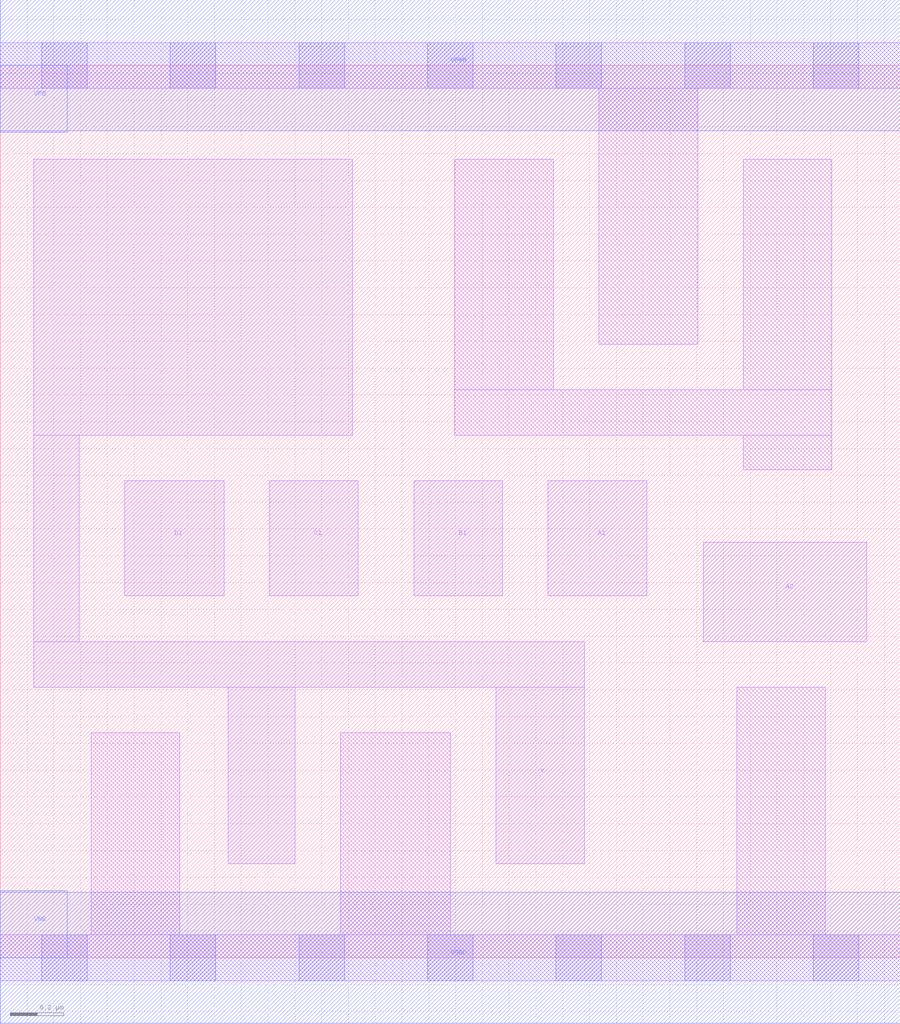
<source format=lef>
# Copyright 2020 The SkyWater PDK Authors
#
# Licensed under the Apache License, Version 2.0 (the "License");
# you may not use this file except in compliance with the License.
# You may obtain a copy of the License at
#
#     https://www.apache.org/licenses/LICENSE-2.0
#
# Unless required by applicable law or agreed to in writing, software
# distributed under the License is distributed on an "AS IS" BASIS,
# WITHOUT WARRANTIES OR CONDITIONS OF ANY KIND, either express or implied.
# See the License for the specific language governing permissions and
# limitations under the License.
#
# SPDX-License-Identifier: Apache-2.0

VERSION 5.5 ;
NAMESCASESENSITIVE ON ;
BUSBITCHARS "[]" ;
DIVIDERCHAR "/" ;
MACRO sky130_fd_sc_ms__a2111oi_1
  CLASS CORE ;
  SOURCE USER ;
  ORIGIN  0.000000  0.000000 ;
  SIZE  3.360000 BY  3.330000 ;
  SYMMETRY X Y ;
  SITE unit ;
  PIN A1
    ANTENNAGATEAREA  0.279000 ;
    DIRECTION INPUT ;
    USE SIGNAL ;
    PORT
      LAYER li1 ;
        RECT 2.045000 1.350000 2.415000 1.780000 ;
    END
  END A1
  PIN A2
    ANTENNAGATEAREA  0.279000 ;
    DIRECTION INPUT ;
    USE SIGNAL ;
    PORT
      LAYER li1 ;
        RECT 2.625000 1.180000 3.235000 1.550000 ;
    END
  END A2
  PIN B1
    ANTENNAGATEAREA  0.279000 ;
    DIRECTION INPUT ;
    USE SIGNAL ;
    PORT
      LAYER li1 ;
        RECT 1.545000 1.350000 1.875000 1.780000 ;
    END
  END B1
  PIN C1
    ANTENNAGATEAREA  0.279000 ;
    DIRECTION INPUT ;
    USE SIGNAL ;
    PORT
      LAYER li1 ;
        RECT 1.005000 1.350000 1.335000 1.780000 ;
    END
  END C1
  PIN D1
    ANTENNAGATEAREA  0.279000 ;
    DIRECTION INPUT ;
    USE SIGNAL ;
    PORT
      LAYER li1 ;
        RECT 0.465000 1.350000 0.835000 1.780000 ;
    END
  END D1
  PIN Y
    ANTENNADIFFAREA  0.722400 ;
    DIRECTION OUTPUT ;
    USE SIGNAL ;
    PORT
      LAYER li1 ;
        RECT 0.125000 1.010000 2.180000 1.180000 ;
        RECT 0.125000 1.180000 0.295000 1.950000 ;
        RECT 0.125000 1.950000 1.315000 2.980000 ;
        RECT 0.850000 0.350000 1.100000 1.010000 ;
        RECT 1.850000 0.350000 2.180000 1.010000 ;
    END
  END Y
  PIN VGND
    DIRECTION INOUT ;
    USE GROUND ;
    PORT
      LAYER met1 ;
        RECT 0.000000 -0.245000 3.360000 0.245000 ;
    END
  END VGND
  PIN VNB
    DIRECTION INOUT ;
    USE GROUND ;
    PORT
    END
  END VNB
  PIN VPB
    DIRECTION INOUT ;
    USE POWER ;
    PORT
    END
  END VPB
  PIN VNB
    DIRECTION INOUT ;
    USE GROUND ;
    PORT
      LAYER met1 ;
        RECT 0.000000 0.000000 0.250000 0.250000 ;
    END
  END VNB
  PIN VPB
    DIRECTION INOUT ;
    USE POWER ;
    PORT
      LAYER met1 ;
        RECT 0.000000 3.080000 0.250000 3.330000 ;
    END
  END VPB
  PIN VPWR
    DIRECTION INOUT ;
    USE POWER ;
    PORT
      LAYER met1 ;
        RECT 0.000000 3.085000 3.360000 3.575000 ;
    END
  END VPWR
  OBS
    LAYER li1 ;
      RECT 0.000000 -0.085000 3.360000 0.085000 ;
      RECT 0.000000  3.245000 3.360000 3.415000 ;
      RECT 0.340000  0.085000 0.670000 0.840000 ;
      RECT 1.270000  0.085000 1.680000 0.840000 ;
      RECT 1.695000  1.950000 3.105000 2.120000 ;
      RECT 1.695000  2.120000 2.065000 2.980000 ;
      RECT 2.235000  2.290000 2.605000 3.245000 ;
      RECT 2.750000  0.085000 3.080000 1.010000 ;
      RECT 2.775000  1.820000 3.105000 1.950000 ;
      RECT 2.775000  2.120000 3.105000 2.980000 ;
    LAYER mcon ;
      RECT 0.155000 -0.085000 0.325000 0.085000 ;
      RECT 0.155000  3.245000 0.325000 3.415000 ;
      RECT 0.635000 -0.085000 0.805000 0.085000 ;
      RECT 0.635000  3.245000 0.805000 3.415000 ;
      RECT 1.115000 -0.085000 1.285000 0.085000 ;
      RECT 1.115000  3.245000 1.285000 3.415000 ;
      RECT 1.595000 -0.085000 1.765000 0.085000 ;
      RECT 1.595000  3.245000 1.765000 3.415000 ;
      RECT 2.075000 -0.085000 2.245000 0.085000 ;
      RECT 2.075000  3.245000 2.245000 3.415000 ;
      RECT 2.555000 -0.085000 2.725000 0.085000 ;
      RECT 2.555000  3.245000 2.725000 3.415000 ;
      RECT 3.035000 -0.085000 3.205000 0.085000 ;
      RECT 3.035000  3.245000 3.205000 3.415000 ;
  END
END sky130_fd_sc_ms__a2111oi_1
END LIBRARY

</source>
